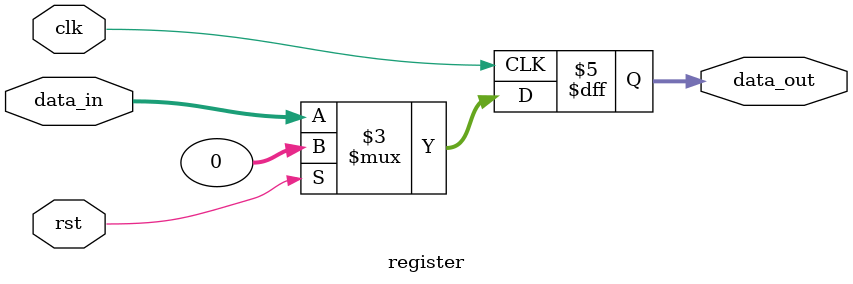
<source format=v>

module register 
#(parameter WIDTH=32)
(
input clk,
input rst,
input [WIDTH-1:0] data_in,
output reg [WIDTH-1:0] data_out);


always@(posedge clk)
begin 
if(rst)
data_out<=0;
else begin 
data_out<=data_in;
// data_out[31:24]<=8'b10101010;
end
end

endmodule



</source>
